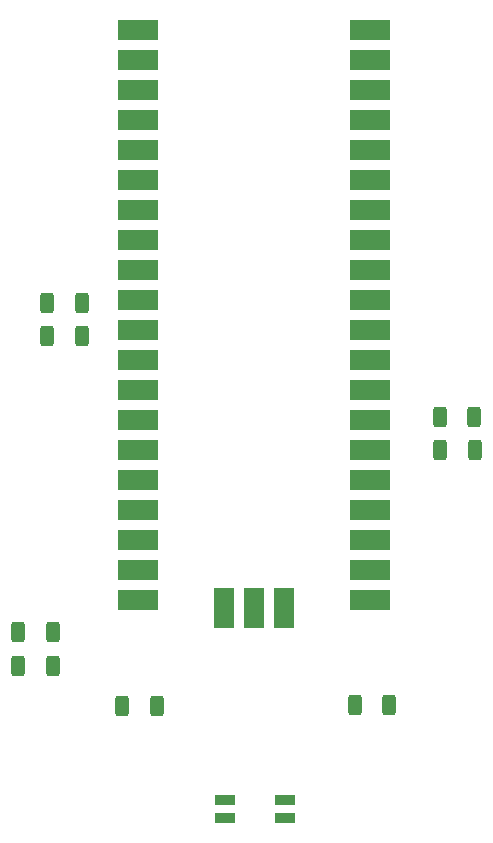
<source format=gbr>
%TF.GenerationSoftware,KiCad,Pcbnew,6.0.4*%
%TF.CreationDate,2022-05-05T23:13:16+02:00*%
%TF.ProjectId,FrisbeeMitBiene02,46726973-6265-4654-9d69-744269656e65,rev?*%
%TF.SameCoordinates,Original*%
%TF.FileFunction,Paste,Top*%
%TF.FilePolarity,Positive*%
%FSLAX46Y46*%
G04 Gerber Fmt 4.6, Leading zero omitted, Abs format (unit mm)*
G04 Created by KiCad (PCBNEW 6.0.4) date 2022-05-05 23:13:16*
%MOMM*%
%LPD*%
G01*
G04 APERTURE LIST*
G04 Aperture macros list*
%AMRoundRect*
0 Rectangle with rounded corners*
0 $1 Rounding radius*
0 $2 $3 $4 $5 $6 $7 $8 $9 X,Y pos of 4 corners*
0 Add a 4 corners polygon primitive as box body*
4,1,4,$2,$3,$4,$5,$6,$7,$8,$9,$2,$3,0*
0 Add four circle primitives for the rounded corners*
1,1,$1+$1,$2,$3*
1,1,$1+$1,$4,$5*
1,1,$1+$1,$6,$7*
1,1,$1+$1,$8,$9*
0 Add four rect primitives between the rounded corners*
20,1,$1+$1,$2,$3,$4,$5,0*
20,1,$1+$1,$4,$5,$6,$7,0*
20,1,$1+$1,$6,$7,$8,$9,0*
20,1,$1+$1,$8,$9,$2,$3,0*%
G04 Aperture macros list end*
%ADD10RoundRect,0.250000X0.312500X0.625000X-0.312500X0.625000X-0.312500X-0.625000X0.312500X-0.625000X0*%
%ADD11RoundRect,0.250000X-0.312500X-0.625000X0.312500X-0.625000X0.312500X0.625000X-0.312500X0.625000X0*%
%ADD12R,3.500000X1.700000*%
%ADD13R,1.700000X3.500000*%
%ADD14R,1.800000X0.820000*%
G04 APERTURE END LIST*
D10*
%TO.C,R1*%
X135422100Y-91973400D03*
X132497100Y-91973400D03*
%TD*%
%TO.C,R2*%
X135422100Y-94742000D03*
X132497100Y-94742000D03*
%TD*%
%TO.C,R3*%
X132983700Y-119837200D03*
X130058700Y-119837200D03*
%TD*%
D11*
%TO.C,R6*%
X165745100Y-101625400D03*
X168670100Y-101625400D03*
%TD*%
%TO.C,R5*%
X165770500Y-104419400D03*
X168695500Y-104419400D03*
%TD*%
D10*
%TO.C,R4*%
X132983700Y-122682000D03*
X130058700Y-122682000D03*
%TD*%
D11*
%TO.C,R7*%
X138872500Y-126085600D03*
X141797500Y-126085600D03*
%TD*%
D12*
%TO.C,U1*%
X140210000Y-68870000D03*
X140210000Y-71410000D03*
X140210000Y-73950000D03*
X140210000Y-76490000D03*
X140210000Y-79030000D03*
X140210000Y-81570000D03*
X140210000Y-84110000D03*
X140210000Y-86650000D03*
X140210000Y-89190000D03*
X140210000Y-91730000D03*
X140210000Y-94270000D03*
X140210000Y-96810000D03*
X140210000Y-99350000D03*
X140210000Y-101890000D03*
X140210000Y-104430000D03*
X140210000Y-106970000D03*
X140210000Y-109510000D03*
X140210000Y-112050000D03*
X140210000Y-114590000D03*
X140210000Y-117130000D03*
X159790000Y-117130000D03*
X159790000Y-114590000D03*
X159790000Y-112050000D03*
X159790000Y-109510000D03*
X159790000Y-106970000D03*
X159790000Y-104430000D03*
X159790000Y-101890000D03*
X159790000Y-99350000D03*
X159790000Y-96810000D03*
X159790000Y-94270000D03*
X159790000Y-91730000D03*
X159790000Y-89190000D03*
X159790000Y-86650000D03*
X159790000Y-84110000D03*
X159790000Y-81570000D03*
X159790000Y-79030000D03*
X159790000Y-76490000D03*
X159790000Y-73950000D03*
X159790000Y-71410000D03*
X159790000Y-68870000D03*
D13*
X147460000Y-117800000D03*
X150000000Y-117800000D03*
X152540000Y-117800000D03*
%TD*%
D14*
%TO.C,NeoPixel1*%
X147550000Y-135560000D03*
X147550000Y-134060000D03*
X152650000Y-134060000D03*
X152650000Y-135560000D03*
%TD*%
D10*
%TO.C,R8*%
X161462500Y-126000000D03*
X158537500Y-126000000D03*
%TD*%
M02*

</source>
